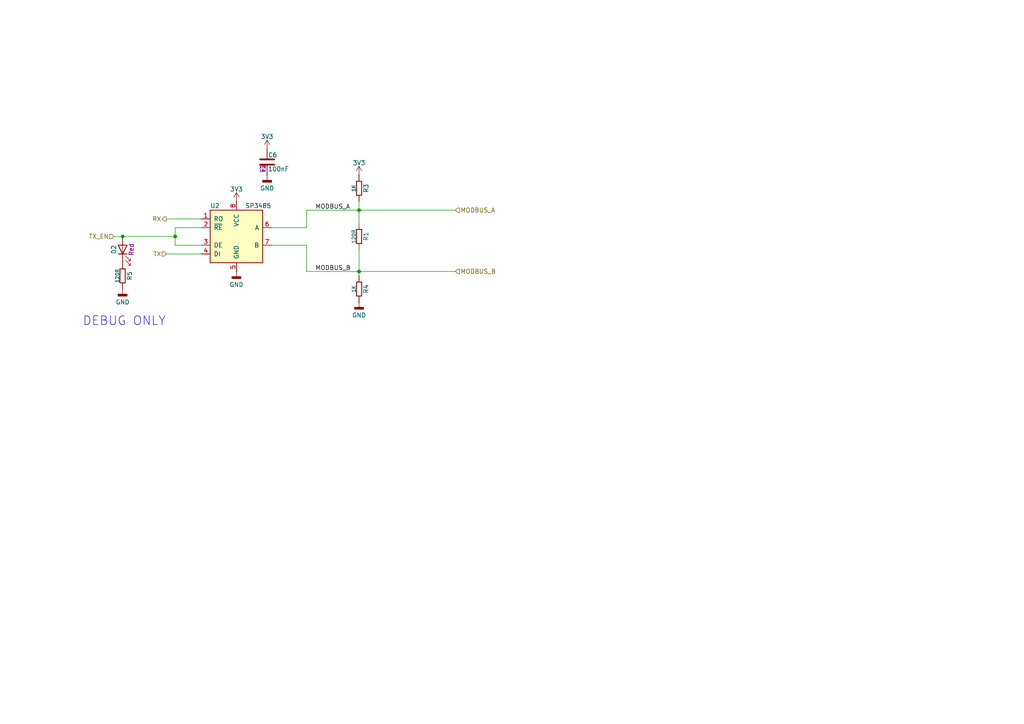
<source format=kicad_sch>
(kicad_sch (version 20250114) (generator "eeschema") (generator_version "9.0")
  (paper "A4")
  (lib_symbols
    (symbol "Capacitor:CL05B104KO5NNNC" (pin_numbers (hide yes)) (pin_names (offset 0) (hide yes))
      (property "Reference" "C" (at 0.254 2.032 0))
      (property "Value" "100nF" (at 0.254 -2.032 0))
      (property "Dielectric" "X7R" (at -1.27 -1.524 0))
      (property "Voltage" "16V" (at -1.27 -2.54 0))
      (symbol "CL05B104KO5NNNC_0_1"
        (polyline (pts (xy -2.032 0.762) (xy 2.032 0.762)) (stroke (width 0.508)))
        (polyline (pts (xy -2.032 -0.762) (xy 2.032 -0.762)) (stroke (width 0.508)))
      )
      (symbol "CL05B104KO5NNNC_1_1"
        (pin passive line (at 0 3.81 270) (length 2.794) (name "~") (number "1"))
        (pin passive line (at 0 -3.81 90) (length 2.794) (name "~") (number "2"))
      )
    )
    (symbol "ICs:SP3485EN-L/TR" (pin_names (offset 1.016))
      (property "Reference" "U" (at -7.62 8.89 0))
      (property "Value" "SP3485" (at 2.54 8.89 0))
      (symbol "SP3485EN-L/TR_0_1"
        (rectangle (start -7.62 7.62) (end 7.62 -7.62) (stroke (width 0.254)) (fill (type background)))
      )
      (symbol "SP3485EN-L/TR_1_1"
        (pin output line (at -10.16 5.08 0) (length 2.54) (name "RO") (number "1"))
        (pin input line (at -10.16 2.54 0) (length 2.54) (name "~{RE}") (number "2"))
        (pin input line (at -10.16 -2.54 0) (length 2.54) (name "DE") (number "3"))
        (pin input line (at -10.16 -5.08 0) (length 2.54) (name "DI") (number "4"))
        (pin power_in line (at 0 10.16 270) (length 2.54) (name "VCC") (number "8"))
        (pin power_in line (at 0 -10.16 90) (length 2.54) (name "GND") (number "5"))
        (pin bidirectional line (at 10.16 2.54 180) (length 2.54) (name "A") (number "6"))
        (pin bidirectional line (at 10.16 -2.54 180) (length 2.54) (name "B") (number "7"))
      )
    )
    (symbol "LEDs:LTST-C281KRKT" (pin_numbers (hide yes)) (pin_names (offset 1.016) (hide yes))
      (property "Reference" "D" (at 0 2.54 0))
      (property "Color" "Red" (at 0 -2.54 0))
      (symbol "LTST-C281KRKT_0_1"
        (polyline (pts (xy -3.048 -0.762) (xy -4.572 -2.286) (xy -3.81 -2.286) (xy -4.572 -2.286) (xy -4.572 -1.524)))
        (polyline (pts (xy -1.778 -0.762) (xy -3.302 -2.286) (xy -2.54 -2.286) (xy -3.302 -2.286) (xy -3.302 -1.524)))
        (polyline (pts (xy -1.27 0) (xy 1.27 0)))
        (polyline (pts (xy -1.27 -1.27) (xy -1.27 1.27)) (stroke (width 0.254)))
        (polyline (pts (xy 1.27 -1.27) (xy 1.27 1.27) (xy -1.27 0) (xy 1.27 -1.27)) (stroke (width 0.254)))
      )
      (symbol "LTST-C281KRKT_1_1"
        (pin passive line (at -3.81 0 0) (length 2.54) (name "K") (number "1"))
        (pin passive line (at 3.81 0 180) (length 2.54) (name "A") (number "2"))
      )
    )
    (symbol "Resistor:0402WGF1001TCE" (pin_numbers (hide yes)) (pin_names (offset 0))
      (property "Reference" "R" (at 2.032 0 90))
      (property "Value" "1K" (at -1.524 0 90))
      (symbol "0402WGF1001TCE_0_1"
        (rectangle (start -0.762 2.032) (end 0.762 -2.032) (stroke (width 0.254)))
      )
      (symbol "0402WGF1001TCE_1_1"
        (pin passive line (at 0 3.81 270) (length 1.778) (name "~") (number "1"))
        (pin passive line (at 0 -3.81 90) (length 1.778) (name "~") (number "2"))
      )
    )
    (symbol "Resistor:0402WGF1200TCE" (pin_numbers (hide yes)) (pin_names (offset 0))
      (property "Reference" "R" (at 2.032 0 90))
      (property "Value" "120R" (at -1.524 0 90))
      (symbol "0402WGF1200TCE_0_1"
        (rectangle (start -0.762 2.032) (end 0.762 -2.032) (stroke (width 0.254)))
      )
      (symbol "0402WGF1200TCE_1_1"
        (pin passive line (at 0 3.81 270) (length 1.778) (name "~") (number "1"))
        (pin passive line (at 0 -3.81 90) (length 1.778) (name "~") (number "2"))
      )
    )
    (symbol "power:+3V3" (power) (pin_numbers (hide yes)) (pin_names (offset 0) (hide yes))
      (property "Value" "+3V3" (at 0 3.556 0))
      (symbol "+3V3_0_1"
        (polyline (pts (xy -0.762 1.27) (xy 0 2.54)))
        (polyline (pts (xy 0 2.54) (xy 0.762 1.27)))
        (polyline (pts (xy 0 0) (xy 0 2.54)))
      )
      (symbol "+3V3_1_1"
        (pin power_in line (at 0 0 90) (length 0) (name "~") (number "1"))
      )
    )
    (symbol "power:GNDD" (power) (pin_numbers (hide yes)) (pin_names (offset 0) (hide yes))
      (property "Value" "GNDD" (at 0 -3.175 0))
      (symbol "GNDD_0_1"
        (rectangle (start -1.27 -1.524) (end 1.27 -2.032) (stroke (width 0.254)) (fill (type outline)))
        (polyline (pts (xy 0 0) (xy 0 -1.524)))
      )
      (symbol "GNDD_1_1"
        (pin power_in line (at 0 0 270) (length 0) (name "~") (number "1"))
      )
    )
  )
  (text "DEBUG ONLY" (at 36.068 93.218 0) (effects (font (size 2.54 2.54))))
  (junction (at 50.8 68.58))
  (junction (at 104.14 60.96))
  (junction (at 35.56 68.58))
  (junction (at 104.14 78.74))
  (wire (pts (xy 50.8 66.04) (xy 50.8 68.58)))
  (wire (pts (xy 104.14 72.39) (xy 104.14 78.74)))
  (wire (pts (xy 88.9 78.74) (xy 88.9 71.12)))
  (wire (pts (xy 33.02 68.58) (xy 35.56 68.58)))
  (wire (pts (xy 104.14 58.42) (xy 104.14 60.96)))
  (wire (pts (xy 88.9 78.74) (xy 104.14 78.74)))
  (wire (pts (xy 88.9 60.96) (xy 104.14 60.96)))
  (wire (pts (xy 88.9 66.04) (xy 88.9 60.96)))
  (wire (pts (xy 78.74 66.04) (xy 88.9 66.04)))
  (wire (pts (xy 104.14 60.96) (xy 104.14 64.77)))
  (wire (pts (xy 58.42 66.04) (xy 50.8 66.04)))
  (wire (pts (xy 50.8 71.12) (xy 58.42 71.12)))
  (wire (pts (xy 50.8 68.58) (xy 50.8 71.12)))
  (wire (pts (xy 48.26 73.66) (xy 58.42 73.66)))
  (wire (pts (xy 104.14 78.74) (xy 132.08 78.74)))
  (wire (pts (xy 104.14 60.96) (xy 132.08 60.96)))
  (wire (pts (xy 78.74 71.12) (xy 88.9 71.12)))
  (wire (pts (xy 48.26 63.5) (xy 58.42 63.5)))
  (wire (pts (xy 104.14 80.01) (xy 104.14 78.74)))
  (wire (pts (xy 35.56 68.58) (xy 50.8 68.58)))
  (label "MODBUS_B" (at 91.44 78.74 0))
  (label "MODBUS_A" (at 91.44 60.96 0))
  (hierarchical_label "TX" (shape input) (at 48.26 73.66 180))
  (hierarchical_label "MODBUS_A" (shape input) (at 132.08 60.96 0))
  (hierarchical_label "TX_EN" (shape input) (at 33.02 68.58 180))
  (hierarchical_label "RX" (shape output) (at 48.26 63.5 180))
  (hierarchical_label "MODBUS_B" (shape input) (at 132.08 78.74 0))
  (symbol (lib_id "power:GNDD") (at 104.14 87.63 0) (unit 1)
    (property "Reference" "#PWR06" (effects (hide yes)))
    (property "Value" "GND" (at 104.14 91.44 0))
    (property "Description" "Power symbol creates a global label with name \"GNDD\" , digital ground" (effects (hide yes)))
  )
  (symbol (lib_id "Resistor:0402WGF1200TCE") (at 35.56 80.01 0) (unit 1)
    (property "Reference" "R5" (at 37.592 80.01 90))
    (property "Value" "120R" (at 34.036 80.01 90) (effects (font (size 1.016 1.016))))
    (property "Footprint" "7Sigma:R_0402_1005Metric" (effects (hide yes)))
    (property "Datasheet" "https://atta.szlcsc.com/upload/public/pdf/source/20200306/C422600_1E6D84923E4A46A82E41ADD87F860B5C.pdf" (effects (hide yes)))
    (property "Description" "120R 63mW 1% 0402" (effects (hide yes)))
    (property "Power" "63mW" (effects (hide yes)))
    (property "Tolerance" "1%" (effects (hide yes)))
    (property "Footprint_Name" "0402" (effects (hide yes)))
    (property "Manufacturer 1" "Uni-Royal" (effects (hide yes)))
    (property "Manufacturer Part Number 1" "0402WGF1200TCE" (effects (hide yes)))
    (property "Supplier 1" "LCSC" (effects (hide yes)))
    (property "Supplier Part Number 1" "C25079" (effects (hide yes)))
    (property "LCSC Part" "C25079" (effects (hide yes)))
  )
  (symbol (lib_id "power:+3V3") (at 104.14 50.8 0) (unit 1)
    (property "Reference" "#PWR05" (effects (hide yes)))
    (property "Value" "3V3" (at 104.14 47.244 0))
    (property "Description" "Power symbol creates a global label with name \"+3V3\"" (effects (hide yes)))
  )
  (symbol (lib_id "Resistor:0402WGF1001TCE") (at 104.14 54.61 0) (unit 1)
    (property "Reference" "R3" (at 106.172 54.61 90))
    (property "Value" "1K" (at 102.616 54.61 90) (effects (font (size 1.016 1.016))))
    (property "Footprint" "7Sigma:R_0402_1005Metric" (effects (hide yes)))
    (property "Datasheet" "https://atta.szlcsc.com/upload/public/pdf/source/20200306/C422600_1E6D84923E4A46A82E41ADD87F860B5C.pdf" (effects (hide yes)))
    (property "Description" "1K 63mW 1% 0402" (effects (hide yes)))
    (property "Power" "63mW" (effects (hide yes)))
    (property "Tolerance" "1%" (effects (hide yes)))
    (property "Footprint_Name" "0402" (effects (hide yes)))
    (property "Manufacturer 1" "Uni-Royal" (effects (hide yes)))
    (property "Manufacturer Part Number 1" "0402WGF1001TCE" (effects (hide yes)))
    (property "Supplier 1" "LCSC" (effects (hide yes)))
    (property "Supplier Part Number 1" "C11702" (effects (hide yes)))
    (property "LCSC Part" "C11702" (effects (hide yes)))
  )
  (symbol (lib_id "Capacitor:CL05B104KO5NNNC") (at 77.47 46.99 0) (unit 1)
    (property "Reference" "C6" (at 77.724 44.958 0) (effects (justify left)))
    (property "Value" "100nF" (at 77.724 49.022 0) (effects (justify left)))
    (property "Footprint" "7Sigma:C_0402_1005Metric" (effects (hide yes)))
    (property "Datasheet" "https://wmsc.lcsc.com/wmsc/upload/file/pdf/v2/lcsc/2304140030_Samsung-Electro-Mechanics-CL05B104KO5NNNC_C1525.pdf" (effects (hide yes)))
    (property "Description" "100nF 16V 10% 0402" (effects (hide yes)))
    (property "Dielectric" "X7R" (at 76.2 48.514 0) (effects (font (size 0.635 0.635))))
    (property "Voltage" "16V" (at 76.2 49.53 0) (effects (font (size 0.635 0.635))))
    (property "Tolerance" "10%" (effects (hide yes)))
    (property "Footprint_Name" "0402" (effects (hide yes)))
    (property "Manufacturer 1" "Samsung Electro-Mechanics" (effects (hide yes)))
    (property "Manufacturer Part Number 1" "CL05B104KO5NNNC" (effects (hide yes)))
    (property "Supplier 1" "LCSC" (effects (hide yes)))
    (property "Supplier Part Number 1" "C1525" (effects (hide yes)))
    (property "LCSC Part" "C1525" (effects (hide yes)))
    (property "JLCPCB Part Class" "Basic Part" (effects (hide yes)))
  )
  (symbol (lib_id "power:GNDD") (at 35.56 83.82 0) (unit 1)
    (property "Reference" "#PWR08" (effects (hide yes)))
    (property "Value" "GND" (at 35.56 87.63 0))
    (property "Description" "Power symbol creates a global label with name \"GNDD\" , digital ground" (effects (hide yes)))
  )
  (symbol (lib_id "Resistor:0402WGF1200TCE") (at 104.14 68.58 0) (unit 1)
    (property "Reference" "R1" (at 106.172 68.58 90))
    (property "Value" "120R" (at 102.616 68.58 90) (effects (font (size 1.016 1.016))))
    (property "Footprint" "7Sigma:R_0402_1005Metric" (effects (hide yes)))
    (property "Datasheet" "https://atta.szlcsc.com/upload/public/pdf/source/20200306/C422600_1E6D84923E4A46A82E41ADD87F860B5C.pdf" (effects (hide yes)))
    (property "Description" "120R 63mW 1% 0402" (effects (hide yes)))
    (property "Power" "63mW" (effects (hide yes)))
    (property "Tolerance" "1%" (effects (hide yes)))
    (property "Footprint_Name" "0402" (effects (hide yes)))
    (property "Manufacturer 1" "Uni-Royal" (effects (hide yes)))
    (property "Manufacturer Part Number 1" "0402WGF1200TCE" (effects (hide yes)))
    (property "Supplier 1" "LCSC" (effects (hide yes)))
    (property "Supplier Part Number 1" "C25079" (effects (hide yes)))
    (property "LCSC Part" "C25079" (effects (hide yes)))
  )
  (symbol (lib_id "power:+3V3") (at 77.47 43.18 0) (unit 1)
    (property "Reference" "#PWR01" (effects (hide yes)))
    (property "Value" "3V3" (at 77.47 39.624 0))
    (property "Description" "Power symbol creates a global label with name \"+3V3\"" (effects (hide yes)))
  )
  (symbol (lib_id "power:GNDD") (at 77.47 50.8 0) (unit 1)
    (property "Reference" "#PWR02" (effects (hide yes)))
    (property "Value" "GND" (at 77.47 54.61 0))
    (property "Description" "Power symbol creates a global label with name \"GNDD\" , digital ground" (effects (hide yes)))
  )
  (symbol (lib_id "power:GNDD") (at 68.58 78.74 0) (unit 1)
    (property "Reference" "#PWR03" (effects (hide yes)))
    (property "Value" "GND" (at 68.58 82.55 0))
    (property "Description" "Power symbol creates a global label with name \"GNDD\" , digital ground" (effects (hide yes)))
  )
  (symbol (lib_id "power:+3V3") (at 68.58 58.42 0) (unit 1)
    (property "Reference" "#PWR04" (effects (hide yes)))
    (property "Value" "3V3" (at 68.58 54.864 0))
    (property "Description" "Power symbol creates a global label with name \"+3V3\"" (effects (hide yes)))
  )
  (symbol (lib_id "Resistor:0402WGF1001TCE") (at 104.14 83.82 0) (unit 1)
    (property "Reference" "R4" (at 106.172 83.82 90))
    (property "Value" "1K" (at 102.616 83.82 90) (effects (font (size 1.016 1.016))))
    (property "Footprint" "7Sigma:R_0402_1005Metric" (effects (hide yes)))
    (property "Datasheet" "https://atta.szlcsc.com/upload/public/pdf/source/20200306/C422600_1E6D84923E4A46A82E41ADD87F860B5C.pdf" (effects (hide yes)))
    (property "Description" "1K 63mW 1% 0402" (effects (hide yes)))
    (property "Power" "63mW" (effects (hide yes)))
    (property "Tolerance" "1%" (effects (hide yes)))
    (property "Footprint_Name" "0402" (effects (hide yes)))
    (property "Manufacturer 1" "Uni-Royal" (effects (hide yes)))
    (property "Manufacturer Part Number 1" "0402WGF1001TCE" (effects (hide yes)))
    (property "Supplier 1" "LCSC" (effects (hide yes)))
    (property "Supplier Part Number 1" "C11702" (effects (hide yes)))
    (property "LCSC Part" "C11702" (effects (hide yes)))
  )
  (symbol (lib_id "LEDs:LTST-C281KRKT") (at 35.56 72.39 90) (unit 1)
    (property "Reference" "D2" (at 33.02 72.39 0))
    (property "Value" "LTST-C281KRKT" (effects (hide yes)))
    (property "Footprint" "7Sigma:LED_0402_1005Metric" (effects (hide yes)))
    (property "Datasheet" "https://www.lcsc.com/datasheet/C364556.pdf" (effects (hide yes)))
    (property "Description" "Single Color Red LED 639nm Water Clear" (effects (hide yes)))
    (property "Color" "Red" (at 38.1 72.39 0))
    (property "Forward Current" "20mA" (effects (hide yes)))
    (property "Forward Voltage" "2V" (effects (hide yes)))
    (property "Wavelength" "639nm" (effects (hide yes)))
    (property "Lens" "Clear" (effects (hide yes)))
    (property "Manufacturer 1" "LITEON" (effects (hide yes)))
    (property "Manufacturer Part Number 1" "LTST-C281KRKT" (effects (hide yes)))
    (property "Supplier 1" "LCSC" (effects (hide yes)))
    (property "Supplier Part Number 1" "C364556" (effects (hide yes)))
    (property "LCSC Part" "C364556" (effects (hide yes)))
  )
  (symbol (lib_id "ICs:SP3485EN-L/TR") (at 68.58 68.58 0) (unit 1)
    (property "Reference" "U2" (at 60.96 59.69 0) (effects (justify left)))
    (property "Value" "SP3485" (at 71.12 59.69 0) (effects (justify left)))
    (property "Footprint" "7Sigma:SOIC-8_3.9x4.9mm_P1.27mm" (effects (hide yes)))
    (property "Datasheet" "https://www.lcsc.com/datasheet/lcsc_datasheet_2304140030_MaxLinear-SP3485EN-L-TR_C8963.pdf" (effects (hide yes)))
    (property "Description" "Industrial 3.3V Low Power Half-Duplex RS-485 Transceiver 10Mbps, SOIC-8" (effects (hide yes)))
    (property "Manufacturer 1" "MaxLinear" (effects (hide yes)))
    (property "Manufacturer Part Number 1" "SP3485EN-L/TR" (effects (hide yes)))
    (property "Supplier 1" "LCSC" (effects (hide yes)))
    (property "Supplier Part Number 1" "C8963" (effects (hide yes)))
    (property "LCSC Part" "C8963" (effects (hide yes)))
  )
)
</source>
